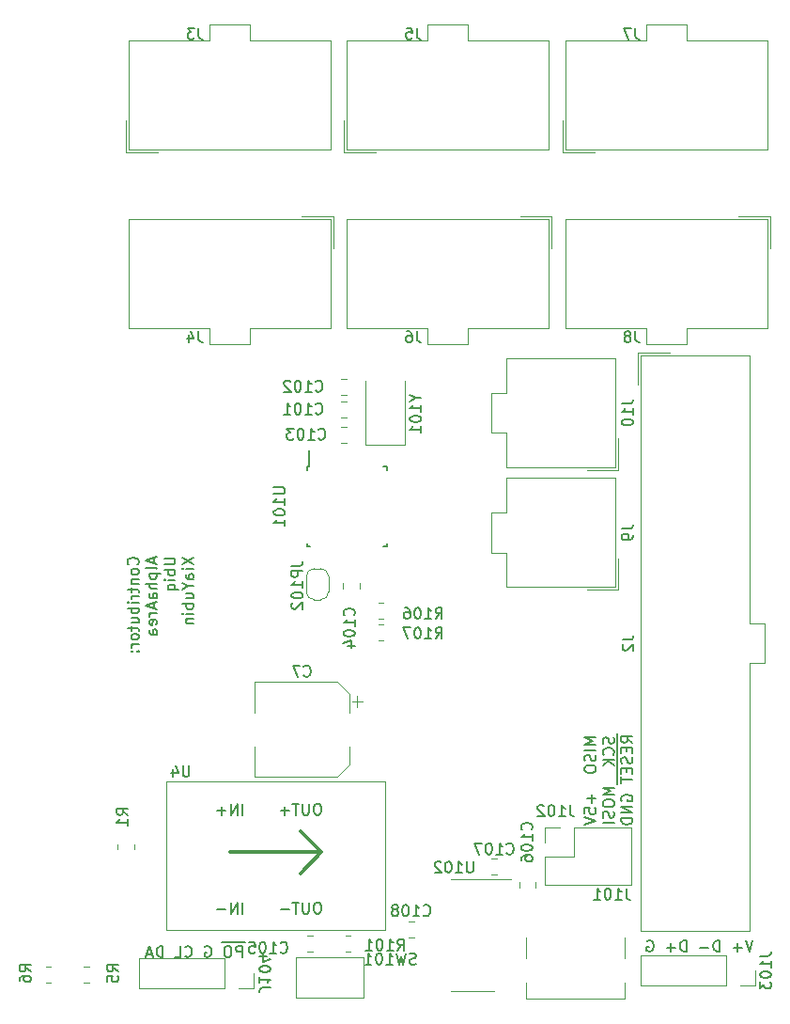
<source format=gbr>
%TF.GenerationSoftware,KiCad,Pcbnew,(5.1.9)-1*%
%TF.CreationDate,2021-04-20T21:45:39+08:00*%
%TF.ProjectId,CSPS2ATX2.0,43535053-3241-4545-9832-2e302e6b6963,V2.0*%
%TF.SameCoordinates,Original*%
%TF.FileFunction,Legend,Bot*%
%TF.FilePolarity,Positive*%
%FSLAX46Y46*%
G04 Gerber Fmt 4.6, Leading zero omitted, Abs format (unit mm)*
G04 Created by KiCad (PCBNEW (5.1.9)-1) date 2021-04-20 21:45:39*
%MOMM*%
%LPD*%
G01*
G04 APERTURE LIST*
%ADD10C,0.150000*%
%ADD11C,0.120000*%
%ADD12C,0.300000*%
G04 APERTURE END LIST*
D10*
X91354142Y-86505023D02*
X91401761Y-86457404D01*
X91449380Y-86314547D01*
X91449380Y-86219309D01*
X91401761Y-86076452D01*
X91306523Y-85981214D01*
X91211285Y-85933595D01*
X91020809Y-85885976D01*
X90877952Y-85885976D01*
X90687476Y-85933595D01*
X90592238Y-85981214D01*
X90497000Y-86076452D01*
X90449380Y-86219309D01*
X90449380Y-86314547D01*
X90497000Y-86457404D01*
X90544619Y-86505023D01*
X91449380Y-87076452D02*
X91401761Y-86981214D01*
X91354142Y-86933595D01*
X91258904Y-86885976D01*
X90973190Y-86885976D01*
X90877952Y-86933595D01*
X90830333Y-86981214D01*
X90782714Y-87076452D01*
X90782714Y-87219309D01*
X90830333Y-87314547D01*
X90877952Y-87362166D01*
X90973190Y-87409785D01*
X91258904Y-87409785D01*
X91354142Y-87362166D01*
X91401761Y-87314547D01*
X91449380Y-87219309D01*
X91449380Y-87076452D01*
X90782714Y-87838357D02*
X91449380Y-87838357D01*
X90877952Y-87838357D02*
X90830333Y-87885976D01*
X90782714Y-87981214D01*
X90782714Y-88124071D01*
X90830333Y-88219309D01*
X90925571Y-88266928D01*
X91449380Y-88266928D01*
X90782714Y-88600261D02*
X90782714Y-88981214D01*
X90449380Y-88743119D02*
X91306523Y-88743119D01*
X91401761Y-88790738D01*
X91449380Y-88885976D01*
X91449380Y-88981214D01*
X91449380Y-89314547D02*
X90782714Y-89314547D01*
X90973190Y-89314547D02*
X90877952Y-89362166D01*
X90830333Y-89409785D01*
X90782714Y-89505023D01*
X90782714Y-89600261D01*
X91449380Y-89933595D02*
X90782714Y-89933595D01*
X90449380Y-89933595D02*
X90497000Y-89885976D01*
X90544619Y-89933595D01*
X90497000Y-89981214D01*
X90449380Y-89933595D01*
X90544619Y-89933595D01*
X91449380Y-90409785D02*
X90449380Y-90409785D01*
X90830333Y-90409785D02*
X90782714Y-90505023D01*
X90782714Y-90695500D01*
X90830333Y-90790738D01*
X90877952Y-90838357D01*
X90973190Y-90885976D01*
X91258904Y-90885976D01*
X91354142Y-90838357D01*
X91401761Y-90790738D01*
X91449380Y-90695500D01*
X91449380Y-90505023D01*
X91401761Y-90409785D01*
X90782714Y-91743119D02*
X91449380Y-91743119D01*
X90782714Y-91314547D02*
X91306523Y-91314547D01*
X91401761Y-91362166D01*
X91449380Y-91457404D01*
X91449380Y-91600261D01*
X91401761Y-91695500D01*
X91354142Y-91743119D01*
X90782714Y-92076452D02*
X90782714Y-92457404D01*
X90449380Y-92219309D02*
X91306523Y-92219309D01*
X91401761Y-92266928D01*
X91449380Y-92362166D01*
X91449380Y-92457404D01*
X91449380Y-92933595D02*
X91401761Y-92838357D01*
X91354142Y-92790738D01*
X91258904Y-92743119D01*
X90973190Y-92743119D01*
X90877952Y-92790738D01*
X90830333Y-92838357D01*
X90782714Y-92933595D01*
X90782714Y-93076452D01*
X90830333Y-93171690D01*
X90877952Y-93219309D01*
X90973190Y-93266928D01*
X91258904Y-93266928D01*
X91354142Y-93219309D01*
X91401761Y-93171690D01*
X91449380Y-93076452D01*
X91449380Y-92933595D01*
X91449380Y-93695500D02*
X90782714Y-93695500D01*
X90973190Y-93695500D02*
X90877952Y-93743119D01*
X90830333Y-93790738D01*
X90782714Y-93885976D01*
X90782714Y-93981214D01*
X91354142Y-94314547D02*
X91401761Y-94362166D01*
X91449380Y-94314547D01*
X91401761Y-94266928D01*
X91354142Y-94314547D01*
X91449380Y-94314547D01*
X90830333Y-94314547D02*
X90877952Y-94362166D01*
X90925571Y-94314547D01*
X90877952Y-94266928D01*
X90830333Y-94314547D01*
X90925571Y-94314547D01*
X92813666Y-85885976D02*
X92813666Y-86362166D01*
X93099380Y-85790738D02*
X92099380Y-86124071D01*
X93099380Y-86457404D01*
X93099380Y-86933595D02*
X93051761Y-86838357D01*
X92956523Y-86790738D01*
X92099380Y-86790738D01*
X92432714Y-87314547D02*
X93432714Y-87314547D01*
X92480333Y-87314547D02*
X92432714Y-87409785D01*
X92432714Y-87600261D01*
X92480333Y-87695500D01*
X92527952Y-87743119D01*
X92623190Y-87790738D01*
X92908904Y-87790738D01*
X93004142Y-87743119D01*
X93051761Y-87695500D01*
X93099380Y-87600261D01*
X93099380Y-87409785D01*
X93051761Y-87314547D01*
X93099380Y-88219309D02*
X92099380Y-88219309D01*
X93099380Y-88647880D02*
X92575571Y-88647880D01*
X92480333Y-88600261D01*
X92432714Y-88505023D01*
X92432714Y-88362166D01*
X92480333Y-88266928D01*
X92527952Y-88219309D01*
X93099380Y-89552642D02*
X92575571Y-89552642D01*
X92480333Y-89505023D01*
X92432714Y-89409785D01*
X92432714Y-89219309D01*
X92480333Y-89124071D01*
X93051761Y-89552642D02*
X93099380Y-89457404D01*
X93099380Y-89219309D01*
X93051761Y-89124071D01*
X92956523Y-89076452D01*
X92861285Y-89076452D01*
X92766047Y-89124071D01*
X92718428Y-89219309D01*
X92718428Y-89457404D01*
X92670809Y-89552642D01*
X92813666Y-89981214D02*
X92813666Y-90457404D01*
X93099380Y-89885976D02*
X92099380Y-90219309D01*
X93099380Y-90552642D01*
X93099380Y-90885976D02*
X92432714Y-90885976D01*
X92623190Y-90885976D02*
X92527952Y-90933595D01*
X92480333Y-90981214D01*
X92432714Y-91076452D01*
X92432714Y-91171690D01*
X93051761Y-91885976D02*
X93099380Y-91790738D01*
X93099380Y-91600261D01*
X93051761Y-91505023D01*
X92956523Y-91457404D01*
X92575571Y-91457404D01*
X92480333Y-91505023D01*
X92432714Y-91600261D01*
X92432714Y-91790738D01*
X92480333Y-91885976D01*
X92575571Y-91933595D01*
X92670809Y-91933595D01*
X92766047Y-91457404D01*
X93099380Y-92790738D02*
X92575571Y-92790738D01*
X92480333Y-92743119D01*
X92432714Y-92647880D01*
X92432714Y-92457404D01*
X92480333Y-92362166D01*
X93051761Y-92790738D02*
X93099380Y-92695500D01*
X93099380Y-92457404D01*
X93051761Y-92362166D01*
X92956523Y-92314547D01*
X92861285Y-92314547D01*
X92766047Y-92362166D01*
X92718428Y-92457404D01*
X92718428Y-92695500D01*
X92670809Y-92790738D01*
X93749380Y-85933595D02*
X94558904Y-85933595D01*
X94654142Y-85981214D01*
X94701761Y-86028833D01*
X94749380Y-86124071D01*
X94749380Y-86314547D01*
X94701761Y-86409785D01*
X94654142Y-86457404D01*
X94558904Y-86505023D01*
X93749380Y-86505023D01*
X94749380Y-86981214D02*
X93749380Y-86981214D01*
X94130333Y-86981214D02*
X94082714Y-87076452D01*
X94082714Y-87266928D01*
X94130333Y-87362166D01*
X94177952Y-87409785D01*
X94273190Y-87457404D01*
X94558904Y-87457404D01*
X94654142Y-87409785D01*
X94701761Y-87362166D01*
X94749380Y-87266928D01*
X94749380Y-87076452D01*
X94701761Y-86981214D01*
X94749380Y-87885976D02*
X94082714Y-87885976D01*
X93749380Y-87885976D02*
X93797000Y-87838357D01*
X93844619Y-87885976D01*
X93797000Y-87933595D01*
X93749380Y-87885976D01*
X93844619Y-87885976D01*
X94082714Y-88790738D02*
X95082714Y-88790738D01*
X94701761Y-88790738D02*
X94749380Y-88695500D01*
X94749380Y-88505023D01*
X94701761Y-88409785D01*
X94654142Y-88362166D01*
X94558904Y-88314547D01*
X94273190Y-88314547D01*
X94177952Y-88362166D01*
X94130333Y-88409785D01*
X94082714Y-88505023D01*
X94082714Y-88695500D01*
X94130333Y-88790738D01*
X95399380Y-85838357D02*
X96399380Y-86505023D01*
X95399380Y-86505023D02*
X96399380Y-85838357D01*
X96399380Y-86885976D02*
X95732714Y-86885976D01*
X95399380Y-86885976D02*
X95447000Y-86838357D01*
X95494619Y-86885976D01*
X95447000Y-86933595D01*
X95399380Y-86885976D01*
X95494619Y-86885976D01*
X96399380Y-87790738D02*
X95875571Y-87790738D01*
X95780333Y-87743119D01*
X95732714Y-87647880D01*
X95732714Y-87457404D01*
X95780333Y-87362166D01*
X96351761Y-87790738D02*
X96399380Y-87695500D01*
X96399380Y-87457404D01*
X96351761Y-87362166D01*
X96256523Y-87314547D01*
X96161285Y-87314547D01*
X96066047Y-87362166D01*
X96018428Y-87457404D01*
X96018428Y-87695500D01*
X95970809Y-87790738D01*
X95923190Y-88457404D02*
X96399380Y-88457404D01*
X95399380Y-88124071D02*
X95923190Y-88457404D01*
X95399380Y-88790738D01*
X95732714Y-89552642D02*
X96399380Y-89552642D01*
X95732714Y-89124071D02*
X96256523Y-89124071D01*
X96351761Y-89171690D01*
X96399380Y-89266928D01*
X96399380Y-89409785D01*
X96351761Y-89505023D01*
X96304142Y-89552642D01*
X96399380Y-90028833D02*
X95399380Y-90028833D01*
X95780333Y-90028833D02*
X95732714Y-90124071D01*
X95732714Y-90314547D01*
X95780333Y-90409785D01*
X95827952Y-90457404D01*
X95923190Y-90505023D01*
X96208904Y-90505023D01*
X96304142Y-90457404D01*
X96351761Y-90409785D01*
X96399380Y-90314547D01*
X96399380Y-90124071D01*
X96351761Y-90028833D01*
X96399380Y-90933595D02*
X95732714Y-90933595D01*
X95399380Y-90933595D02*
X95447000Y-90885976D01*
X95494619Y-90933595D01*
X95447000Y-90981214D01*
X95399380Y-90933595D01*
X95494619Y-90933595D01*
X95732714Y-91409785D02*
X96399380Y-91409785D01*
X95827952Y-91409785D02*
X95780333Y-91457404D01*
X95732714Y-91552642D01*
X95732714Y-91695500D01*
X95780333Y-91790738D01*
X95875571Y-91838357D01*
X96399380Y-91838357D01*
X101020000Y-120497000D02*
X100020000Y-120497000D01*
X100781904Y-121864380D02*
X100781904Y-120864380D01*
X100400952Y-120864380D01*
X100305714Y-120912000D01*
X100258095Y-120959619D01*
X100210476Y-121054857D01*
X100210476Y-121197714D01*
X100258095Y-121292952D01*
X100305714Y-121340571D01*
X100400952Y-121388190D01*
X100781904Y-121388190D01*
X100020000Y-120497000D02*
X98972380Y-120497000D01*
X99591428Y-120864380D02*
X99400952Y-120864380D01*
X99305714Y-120912000D01*
X99210476Y-121007238D01*
X99162857Y-121197714D01*
X99162857Y-121531047D01*
X99210476Y-121721523D01*
X99305714Y-121816761D01*
X99400952Y-121864380D01*
X99591428Y-121864380D01*
X99686666Y-121816761D01*
X99781904Y-121721523D01*
X99829523Y-121531047D01*
X99829523Y-121197714D01*
X99781904Y-121007238D01*
X99686666Y-120912000D01*
X99591428Y-120864380D01*
X97448571Y-120912000D02*
X97543809Y-120864380D01*
X97686666Y-120864380D01*
X97829523Y-120912000D01*
X97924761Y-121007238D01*
X97972380Y-121102476D01*
X98020000Y-121292952D01*
X98020000Y-121435809D01*
X97972380Y-121626285D01*
X97924761Y-121721523D01*
X97829523Y-121816761D01*
X97686666Y-121864380D01*
X97591428Y-121864380D01*
X97448571Y-121816761D01*
X97400952Y-121769142D01*
X97400952Y-121435809D01*
X97591428Y-121435809D01*
X95639047Y-121769142D02*
X95686666Y-121816761D01*
X95829523Y-121864380D01*
X95924761Y-121864380D01*
X96067619Y-121816761D01*
X96162857Y-121721523D01*
X96210476Y-121626285D01*
X96258095Y-121435809D01*
X96258095Y-121292952D01*
X96210476Y-121102476D01*
X96162857Y-121007238D01*
X96067619Y-120912000D01*
X95924761Y-120864380D01*
X95829523Y-120864380D01*
X95686666Y-120912000D01*
X95639047Y-120959619D01*
X94734285Y-121864380D02*
X95210476Y-121864380D01*
X95210476Y-120864380D01*
X93639047Y-121864380D02*
X93639047Y-120864380D01*
X93400952Y-120864380D01*
X93258095Y-120912000D01*
X93162857Y-121007238D01*
X93115238Y-121102476D01*
X93067619Y-121292952D01*
X93067619Y-121435809D01*
X93115238Y-121626285D01*
X93162857Y-121721523D01*
X93258095Y-121816761D01*
X93400952Y-121864380D01*
X93639047Y-121864380D01*
X92686666Y-121578666D02*
X92210476Y-121578666D01*
X92781904Y-121864380D02*
X92448571Y-120864380D01*
X92115238Y-121864380D01*
X146819333Y-120356380D02*
X146486000Y-121356380D01*
X146152666Y-120356380D01*
X145819333Y-120975428D02*
X145057428Y-120975428D01*
X145438380Y-121356380D02*
X145438380Y-120594476D01*
X143819333Y-121356380D02*
X143819333Y-120356380D01*
X143581238Y-120356380D01*
X143438380Y-120404000D01*
X143343142Y-120499238D01*
X143295523Y-120594476D01*
X143247904Y-120784952D01*
X143247904Y-120927809D01*
X143295523Y-121118285D01*
X143343142Y-121213523D01*
X143438380Y-121308761D01*
X143581238Y-121356380D01*
X143819333Y-121356380D01*
X142819333Y-120975428D02*
X142057428Y-120975428D01*
X140819333Y-121356380D02*
X140819333Y-120356380D01*
X140581238Y-120356380D01*
X140438380Y-120404000D01*
X140343142Y-120499238D01*
X140295523Y-120594476D01*
X140247904Y-120784952D01*
X140247904Y-120927809D01*
X140295523Y-121118285D01*
X140343142Y-121213523D01*
X140438380Y-121308761D01*
X140581238Y-121356380D01*
X140819333Y-121356380D01*
X139819333Y-120975428D02*
X139057428Y-120975428D01*
X139438380Y-121356380D02*
X139438380Y-120594476D01*
X137295523Y-120404000D02*
X137390761Y-120356380D01*
X137533619Y-120356380D01*
X137676476Y-120404000D01*
X137771714Y-120499238D01*
X137819333Y-120594476D01*
X137866952Y-120784952D01*
X137866952Y-120927809D01*
X137819333Y-121118285D01*
X137771714Y-121213523D01*
X137676476Y-121308761D01*
X137533619Y-121356380D01*
X137438380Y-121356380D01*
X137295523Y-121308761D01*
X137247904Y-121261142D01*
X137247904Y-120927809D01*
X137438380Y-120927809D01*
X132660380Y-102060857D02*
X131660380Y-102060857D01*
X132374666Y-102394190D01*
X131660380Y-102727523D01*
X132660380Y-102727523D01*
X132660380Y-103203714D02*
X131660380Y-103203714D01*
X132612761Y-103632285D02*
X132660380Y-103775142D01*
X132660380Y-104013238D01*
X132612761Y-104108476D01*
X132565142Y-104156095D01*
X132469904Y-104203714D01*
X132374666Y-104203714D01*
X132279428Y-104156095D01*
X132231809Y-104108476D01*
X132184190Y-104013238D01*
X132136571Y-103822761D01*
X132088952Y-103727523D01*
X132041333Y-103679904D01*
X131946095Y-103632285D01*
X131850857Y-103632285D01*
X131755619Y-103679904D01*
X131708000Y-103727523D01*
X131660380Y-103822761D01*
X131660380Y-104060857D01*
X131708000Y-104203714D01*
X131660380Y-104822761D02*
X131660380Y-105013238D01*
X131708000Y-105108476D01*
X131803238Y-105203714D01*
X131993714Y-105251333D01*
X132327047Y-105251333D01*
X132517523Y-105203714D01*
X132612761Y-105108476D01*
X132660380Y-105013238D01*
X132660380Y-104822761D01*
X132612761Y-104727523D01*
X132517523Y-104632285D01*
X132327047Y-104584666D01*
X131993714Y-104584666D01*
X131803238Y-104632285D01*
X131708000Y-104727523D01*
X131660380Y-104822761D01*
X132279428Y-107203714D02*
X132279428Y-107965619D01*
X132660380Y-107584666D02*
X131898476Y-107584666D01*
X131660380Y-108918000D02*
X131660380Y-108441809D01*
X132136571Y-108394190D01*
X132088952Y-108441809D01*
X132041333Y-108537047D01*
X132041333Y-108775142D01*
X132088952Y-108870380D01*
X132136571Y-108918000D01*
X132231809Y-108965619D01*
X132469904Y-108965619D01*
X132565142Y-108918000D01*
X132612761Y-108870380D01*
X132660380Y-108775142D01*
X132660380Y-108537047D01*
X132612761Y-108441809D01*
X132565142Y-108394190D01*
X131660380Y-109251333D02*
X132660380Y-109584666D01*
X131660380Y-109918000D01*
X134262761Y-102060857D02*
X134310380Y-102203714D01*
X134310380Y-102441809D01*
X134262761Y-102537047D01*
X134215142Y-102584666D01*
X134119904Y-102632285D01*
X134024666Y-102632285D01*
X133929428Y-102584666D01*
X133881809Y-102537047D01*
X133834190Y-102441809D01*
X133786571Y-102251333D01*
X133738952Y-102156095D01*
X133691333Y-102108476D01*
X133596095Y-102060857D01*
X133500857Y-102060857D01*
X133405619Y-102108476D01*
X133358000Y-102156095D01*
X133310380Y-102251333D01*
X133310380Y-102489428D01*
X133358000Y-102632285D01*
X134215142Y-103632285D02*
X134262761Y-103584666D01*
X134310380Y-103441809D01*
X134310380Y-103346571D01*
X134262761Y-103203714D01*
X134167523Y-103108476D01*
X134072285Y-103060857D01*
X133881809Y-103013238D01*
X133738952Y-103013238D01*
X133548476Y-103060857D01*
X133453238Y-103108476D01*
X133358000Y-103203714D01*
X133310380Y-103346571D01*
X133310380Y-103441809D01*
X133358000Y-103584666D01*
X133405619Y-103632285D01*
X134310380Y-104060857D02*
X133310380Y-104060857D01*
X134310380Y-104632285D02*
X133738952Y-104203714D01*
X133310380Y-104632285D02*
X133881809Y-104060857D01*
X134310380Y-106584666D02*
X133310380Y-106584666D01*
X134024666Y-106918000D01*
X133310380Y-107251333D01*
X134310380Y-107251333D01*
X133310380Y-107918000D02*
X133310380Y-108108476D01*
X133358000Y-108203714D01*
X133453238Y-108298952D01*
X133643714Y-108346571D01*
X133977047Y-108346571D01*
X134167523Y-108298952D01*
X134262761Y-108203714D01*
X134310380Y-108108476D01*
X134310380Y-107918000D01*
X134262761Y-107822761D01*
X134167523Y-107727523D01*
X133977047Y-107679904D01*
X133643714Y-107679904D01*
X133453238Y-107727523D01*
X133358000Y-107822761D01*
X133310380Y-107918000D01*
X134262761Y-108727523D02*
X134310380Y-108870380D01*
X134310380Y-109108476D01*
X134262761Y-109203714D01*
X134215142Y-109251333D01*
X134119904Y-109298952D01*
X134024666Y-109298952D01*
X133929428Y-109251333D01*
X133881809Y-109203714D01*
X133834190Y-109108476D01*
X133786571Y-108918000D01*
X133738952Y-108822761D01*
X133691333Y-108775142D01*
X133596095Y-108727523D01*
X133500857Y-108727523D01*
X133405619Y-108775142D01*
X133358000Y-108822761D01*
X133310380Y-108918000D01*
X133310380Y-109156095D01*
X133358000Y-109298952D01*
X134310380Y-109727523D02*
X133310380Y-109727523D01*
X134593000Y-101751333D02*
X134593000Y-102751333D01*
X135960380Y-102560857D02*
X135484190Y-102227523D01*
X135960380Y-101989428D02*
X134960380Y-101989428D01*
X134960380Y-102370380D01*
X135008000Y-102465619D01*
X135055619Y-102513238D01*
X135150857Y-102560857D01*
X135293714Y-102560857D01*
X135388952Y-102513238D01*
X135436571Y-102465619D01*
X135484190Y-102370380D01*
X135484190Y-101989428D01*
X134593000Y-102751333D02*
X134593000Y-103656095D01*
X135436571Y-102989428D02*
X135436571Y-103322761D01*
X135960380Y-103465619D02*
X135960380Y-102989428D01*
X134960380Y-102989428D01*
X134960380Y-103465619D01*
X134593000Y-103656095D02*
X134593000Y-104608476D01*
X135912761Y-103846571D02*
X135960380Y-103989428D01*
X135960380Y-104227523D01*
X135912761Y-104322761D01*
X135865142Y-104370380D01*
X135769904Y-104418000D01*
X135674666Y-104418000D01*
X135579428Y-104370380D01*
X135531809Y-104322761D01*
X135484190Y-104227523D01*
X135436571Y-104037047D01*
X135388952Y-103941809D01*
X135341333Y-103894190D01*
X135246095Y-103846571D01*
X135150857Y-103846571D01*
X135055619Y-103894190D01*
X135008000Y-103941809D01*
X134960380Y-104037047D01*
X134960380Y-104275142D01*
X135008000Y-104418000D01*
X134593000Y-104608476D02*
X134593000Y-105513238D01*
X135436571Y-104846571D02*
X135436571Y-105179904D01*
X135960380Y-105322761D02*
X135960380Y-104846571D01*
X134960380Y-104846571D01*
X134960380Y-105322761D01*
X134593000Y-105513238D02*
X134593000Y-106275142D01*
X134960380Y-105608476D02*
X134960380Y-106179904D01*
X135960380Y-105894190D02*
X134960380Y-105894190D01*
X135008000Y-107798952D02*
X134960380Y-107703714D01*
X134960380Y-107560857D01*
X135008000Y-107418000D01*
X135103238Y-107322761D01*
X135198476Y-107275142D01*
X135388952Y-107227523D01*
X135531809Y-107227523D01*
X135722285Y-107275142D01*
X135817523Y-107322761D01*
X135912761Y-107418000D01*
X135960380Y-107560857D01*
X135960380Y-107656095D01*
X135912761Y-107798952D01*
X135865142Y-107846571D01*
X135531809Y-107846571D01*
X135531809Y-107656095D01*
X135960380Y-108275142D02*
X134960380Y-108275142D01*
X135960380Y-108846571D01*
X134960380Y-108846571D01*
X135960380Y-109322761D02*
X134960380Y-109322761D01*
X134960380Y-109560857D01*
X135008000Y-109703714D01*
X135103238Y-109798952D01*
X135198476Y-109846571D01*
X135388952Y-109894190D01*
X135531809Y-109894190D01*
X135722285Y-109846571D01*
X135817523Y-109798952D01*
X135912761Y-109703714D01*
X135960380Y-109560857D01*
X135960380Y-109322761D01*
D11*
%TO.C,JP102*%
X107269000Y-89665000D02*
X107869000Y-89665000D01*
X106569000Y-87565000D02*
X106569000Y-88965000D01*
X107869000Y-86865000D02*
X107269000Y-86865000D01*
X108569000Y-88965000D02*
X108569000Y-87565000D01*
X108569000Y-87565000D02*
G75*
G03*
X107869000Y-86865000I-700000J0D01*
G01*
X107269000Y-86865000D02*
G75*
G03*
X106569000Y-87565000I0J-700000D01*
G01*
X106569000Y-88965000D02*
G75*
G03*
X107269000Y-89665000I700000J0D01*
G01*
X107869000Y-89665000D02*
G75*
G03*
X108569000Y-88965000I0J700000D01*
G01*
%TO.C,J101*%
X135280000Y-120107000D02*
X135280000Y-121907000D01*
X135280000Y-125617000D02*
X135280000Y-124157000D01*
X126340000Y-125617000D02*
X126340000Y-124157000D01*
X126340000Y-120107000D02*
X126340000Y-121907000D01*
X126340000Y-125617000D02*
X135280000Y-125617000D01*
%TO.C,J104*%
X101787000Y-124647000D02*
X101787000Y-123317000D01*
X100457000Y-124647000D02*
X101787000Y-124647000D01*
X99187000Y-124647000D02*
X99187000Y-121987000D01*
X99187000Y-121987000D02*
X91507000Y-121987000D01*
X99187000Y-124647000D02*
X91507000Y-124647000D01*
X91507000Y-124647000D02*
X91507000Y-121987000D01*
%TO.C,U4*%
X93980000Y-119380000D02*
X113665000Y-119380000D01*
X93980000Y-119380000D02*
X93980000Y-106045000D01*
X113665000Y-119380000D02*
X113665000Y-106045000D01*
X113665000Y-106045000D02*
X93980000Y-106045000D01*
D12*
X99695000Y-112395000D02*
X107950000Y-112395000D01*
X107950000Y-112395000D02*
X106045000Y-114300000D01*
D11*
X106045000Y-114300000D02*
X107950000Y-112395000D01*
D12*
X107950000Y-112395000D02*
X106045000Y-110490000D01*
D11*
%TO.C,Y101*%
X111865000Y-75749000D02*
X111865000Y-69999000D01*
X115465000Y-75749000D02*
X111865000Y-75749000D01*
X115465000Y-69999000D02*
X115465000Y-75749000D01*
%TO.C,U102*%
X121539000Y-114828000D02*
X124989000Y-114828000D01*
X121539000Y-114828000D02*
X119589000Y-114828000D01*
X121539000Y-124948000D02*
X123489000Y-124948000D01*
X121539000Y-124948000D02*
X119589000Y-124948000D01*
D10*
%TO.C,U101*%
X106836000Y-77655000D02*
X106836000Y-76230000D01*
X106611000Y-84905000D02*
X106611000Y-84580000D01*
X113861000Y-84905000D02*
X113861000Y-84580000D01*
X113861000Y-77655000D02*
X113861000Y-77980000D01*
X106611000Y-77655000D02*
X106611000Y-77980000D01*
X113861000Y-77655000D02*
X113536000Y-77655000D01*
X113861000Y-84905000D02*
X113536000Y-84905000D01*
X106611000Y-84905000D02*
X106936000Y-84905000D01*
X106611000Y-77655000D02*
X106836000Y-77655000D01*
D11*
%TO.C,SW101*%
X111754000Y-125508000D02*
X111754000Y-121888000D01*
X105634000Y-125508000D02*
X111754000Y-125508000D01*
X105634000Y-121888000D02*
X105634000Y-125508000D01*
X111754000Y-121888000D02*
X105634000Y-121888000D01*
%TO.C,R107*%
X113056936Y-89943000D02*
X113511064Y-89943000D01*
X113056936Y-91413000D02*
X113511064Y-91413000D01*
%TO.C,R106*%
X113511064Y-93318000D02*
X113056936Y-93318000D01*
X113511064Y-91848000D02*
X113056936Y-91848000D01*
%TO.C,R101*%
X110112436Y-119915000D02*
X110566564Y-119915000D01*
X110112436Y-121385000D02*
X110566564Y-121385000D01*
%TO.C,R6*%
X83539064Y-124179000D02*
X83084936Y-124179000D01*
X83539064Y-122709000D02*
X83084936Y-122709000D01*
%TO.C,R5*%
X86991564Y-124179000D02*
X86537436Y-124179000D01*
X86991564Y-122709000D02*
X86537436Y-122709000D01*
%TO.C,R1*%
X89562000Y-112114064D02*
X89562000Y-111659936D01*
X91032000Y-112114064D02*
X91032000Y-111659936D01*
%TO.C,J103*%
X146999000Y-124393000D02*
X146999000Y-123063000D01*
X145669000Y-124393000D02*
X146999000Y-124393000D01*
X144399000Y-124393000D02*
X144399000Y-121733000D01*
X144399000Y-121733000D02*
X136719000Y-121733000D01*
X144399000Y-124393000D02*
X136719000Y-124393000D01*
X136719000Y-124393000D02*
X136719000Y-121733000D01*
%TO.C,J102*%
X128083000Y-110176000D02*
X128083000Y-111506000D01*
X129413000Y-110176000D02*
X128083000Y-110176000D01*
X128083000Y-112776000D02*
X128083000Y-115376000D01*
X130683000Y-112776000D02*
X128083000Y-112776000D01*
X130683000Y-110176000D02*
X130683000Y-112776000D01*
X128083000Y-115376000D02*
X135823000Y-115376000D01*
X130683000Y-110176000D02*
X135823000Y-110176000D01*
X135823000Y-110176000D02*
X135823000Y-115376000D01*
%TO.C,J10*%
X134695000Y-77980000D02*
X131845000Y-77980000D01*
X134695000Y-75130000D02*
X134695000Y-77980000D01*
X123235000Y-71020000D02*
X123235000Y-72830000D01*
X124635000Y-71020000D02*
X123235000Y-71020000D01*
X124635000Y-67920000D02*
X124635000Y-71020000D01*
X134455000Y-67920000D02*
X124635000Y-67920000D01*
X134455000Y-72830000D02*
X134455000Y-67920000D01*
X123235000Y-74640000D02*
X123235000Y-72830000D01*
X124635000Y-74640000D02*
X123235000Y-74640000D01*
X124635000Y-77740000D02*
X124635000Y-74640000D01*
X134455000Y-77740000D02*
X124635000Y-77740000D01*
X134455000Y-72830000D02*
X134455000Y-77740000D01*
%TO.C,J9*%
X134695000Y-88775000D02*
X131845000Y-88775000D01*
X134695000Y-85925000D02*
X134695000Y-88775000D01*
X123235000Y-81815000D02*
X123235000Y-83625000D01*
X124635000Y-81815000D02*
X123235000Y-81815000D01*
X124635000Y-78715000D02*
X124635000Y-81815000D01*
X134455000Y-78715000D02*
X124635000Y-78715000D01*
X134455000Y-83625000D02*
X134455000Y-78715000D01*
X123235000Y-85435000D02*
X123235000Y-83625000D01*
X124635000Y-85435000D02*
X123235000Y-85435000D01*
X124635000Y-88535000D02*
X124635000Y-85435000D01*
X134455000Y-88535000D02*
X124635000Y-88535000D01*
X134455000Y-83625000D02*
X134455000Y-88535000D01*
%TO.C,J8*%
X139015000Y-55410000D02*
X148125000Y-55410000D01*
X148125000Y-55410000D02*
X148125000Y-65230000D01*
X148125000Y-65230000D02*
X140825000Y-65230000D01*
X140825000Y-65230000D02*
X140825000Y-66630000D01*
X140825000Y-66630000D02*
X139015000Y-66630000D01*
X139015000Y-55410000D02*
X129905000Y-55410000D01*
X129905000Y-55410000D02*
X129905000Y-65230000D01*
X129905000Y-65230000D02*
X137205000Y-65230000D01*
X137205000Y-65230000D02*
X137205000Y-66630000D01*
X137205000Y-66630000D02*
X139015000Y-66630000D01*
X145515000Y-55170000D02*
X148365000Y-55170000D01*
X148365000Y-55170000D02*
X148365000Y-58020000D01*
%TO.C,J7*%
X139015000Y-49120000D02*
X129905000Y-49120000D01*
X129905000Y-49120000D02*
X129905000Y-39300000D01*
X129905000Y-39300000D02*
X137205000Y-39300000D01*
X137205000Y-39300000D02*
X137205000Y-37900000D01*
X137205000Y-37900000D02*
X139015000Y-37900000D01*
X139015000Y-49120000D02*
X148125000Y-49120000D01*
X148125000Y-49120000D02*
X148125000Y-39300000D01*
X148125000Y-39300000D02*
X140825000Y-39300000D01*
X140825000Y-39300000D02*
X140825000Y-37900000D01*
X140825000Y-37900000D02*
X139015000Y-37900000D01*
X132515000Y-49360000D02*
X129665000Y-49360000D01*
X129665000Y-49360000D02*
X129665000Y-46510000D01*
%TO.C,J6*%
X119330000Y-55410000D02*
X128440000Y-55410000D01*
X128440000Y-55410000D02*
X128440000Y-65230000D01*
X128440000Y-65230000D02*
X121140000Y-65230000D01*
X121140000Y-65230000D02*
X121140000Y-66630000D01*
X121140000Y-66630000D02*
X119330000Y-66630000D01*
X119330000Y-55410000D02*
X110220000Y-55410000D01*
X110220000Y-55410000D02*
X110220000Y-65230000D01*
X110220000Y-65230000D02*
X117520000Y-65230000D01*
X117520000Y-65230000D02*
X117520000Y-66630000D01*
X117520000Y-66630000D02*
X119330000Y-66630000D01*
X125830000Y-55170000D02*
X128680000Y-55170000D01*
X128680000Y-55170000D02*
X128680000Y-58020000D01*
%TO.C,J5*%
X119330000Y-49120000D02*
X110220000Y-49120000D01*
X110220000Y-49120000D02*
X110220000Y-39300000D01*
X110220000Y-39300000D02*
X117520000Y-39300000D01*
X117520000Y-39300000D02*
X117520000Y-37900000D01*
X117520000Y-37900000D02*
X119330000Y-37900000D01*
X119330000Y-49120000D02*
X128440000Y-49120000D01*
X128440000Y-49120000D02*
X128440000Y-39300000D01*
X128440000Y-39300000D02*
X121140000Y-39300000D01*
X121140000Y-39300000D02*
X121140000Y-37900000D01*
X121140000Y-37900000D02*
X119330000Y-37900000D01*
X112830000Y-49360000D02*
X109980000Y-49360000D01*
X109980000Y-49360000D02*
X109980000Y-46510000D01*
%TO.C,J4*%
X99645000Y-55410000D02*
X108755000Y-55410000D01*
X108755000Y-55410000D02*
X108755000Y-65230000D01*
X108755000Y-65230000D02*
X101455000Y-65230000D01*
X101455000Y-65230000D02*
X101455000Y-66630000D01*
X101455000Y-66630000D02*
X99645000Y-66630000D01*
X99645000Y-55410000D02*
X90535000Y-55410000D01*
X90535000Y-55410000D02*
X90535000Y-65230000D01*
X90535000Y-65230000D02*
X97835000Y-65230000D01*
X97835000Y-65230000D02*
X97835000Y-66630000D01*
X97835000Y-66630000D02*
X99645000Y-66630000D01*
X106145000Y-55170000D02*
X108995000Y-55170000D01*
X108995000Y-55170000D02*
X108995000Y-58020000D01*
%TO.C,J3*%
X99645000Y-49120000D02*
X90535000Y-49120000D01*
X90535000Y-49120000D02*
X90535000Y-39300000D01*
X90535000Y-39300000D02*
X97835000Y-39300000D01*
X97835000Y-39300000D02*
X97835000Y-37900000D01*
X97835000Y-37900000D02*
X99645000Y-37900000D01*
X99645000Y-49120000D02*
X108755000Y-49120000D01*
X108755000Y-49120000D02*
X108755000Y-39300000D01*
X108755000Y-39300000D02*
X101455000Y-39300000D01*
X101455000Y-39300000D02*
X101455000Y-37900000D01*
X101455000Y-37900000D02*
X99645000Y-37900000D01*
X93145000Y-49360000D02*
X90295000Y-49360000D01*
X90295000Y-49360000D02*
X90295000Y-46510000D01*
%TO.C,J2*%
X136690000Y-93585000D02*
X136690000Y-67675000D01*
X136690000Y-67675000D02*
X146510000Y-67675000D01*
X146510000Y-67675000D02*
X146510000Y-91775000D01*
X146510000Y-91775000D02*
X147910000Y-91775000D01*
X147910000Y-91775000D02*
X147910000Y-93585000D01*
X136690000Y-93585000D02*
X136690000Y-119495000D01*
X136690000Y-119495000D02*
X146510000Y-119495000D01*
X146510000Y-119495000D02*
X146510000Y-95395000D01*
X146510000Y-95395000D02*
X147910000Y-95395000D01*
X147910000Y-95395000D02*
X147910000Y-93585000D01*
X136450000Y-70285000D02*
X136450000Y-67435000D01*
X136450000Y-67435000D02*
X139300000Y-67435000D01*
%TO.C,C108*%
X116273252Y-120115000D02*
X115750748Y-120115000D01*
X116273252Y-118645000D02*
X115750748Y-118645000D01*
%TO.C,C107*%
X123248748Y-112930000D02*
X123771252Y-112930000D01*
X123248748Y-114400000D02*
X123771252Y-114400000D01*
%TO.C,C106*%
X125757000Y-115577252D02*
X125757000Y-115054748D01*
X127227000Y-115577252D02*
X127227000Y-115054748D01*
%TO.C,C105*%
X106611748Y-119915000D02*
X107134252Y-119915000D01*
X106611748Y-121385000D02*
X107134252Y-121385000D01*
%TO.C,C104*%
X111352000Y-88714252D02*
X111352000Y-88191748D01*
X109882000Y-88714252D02*
X109882000Y-88191748D01*
%TO.C,C103*%
X109659748Y-74068000D02*
X110182252Y-74068000D01*
X109659748Y-75538000D02*
X110182252Y-75538000D01*
%TO.C,C102*%
X110182252Y-71220000D02*
X109659748Y-71220000D01*
X110182252Y-69750000D02*
X109659748Y-69750000D01*
%TO.C,C101*%
X110182252Y-73252000D02*
X109659748Y-73252000D01*
X110182252Y-71782000D02*
X109659748Y-71782000D01*
%TO.C,C7*%
X111172000Y-98336000D02*
X111172000Y-99336000D01*
X111672000Y-98836000D02*
X110672000Y-98836000D01*
X110432000Y-104541563D02*
X109367563Y-105606000D01*
X110432000Y-98150437D02*
X109367563Y-97086000D01*
X110432000Y-98150437D02*
X110432000Y-99836000D01*
X110432000Y-104541563D02*
X110432000Y-102856000D01*
X109367563Y-105606000D02*
X101912000Y-105606000D01*
X109367563Y-97086000D02*
X101912000Y-97086000D01*
X101912000Y-97086000D02*
X101912000Y-99836000D01*
X101912000Y-105606000D02*
X101912000Y-102856000D01*
%TO.C,JP102*%
D10*
X105243380Y-86606285D02*
X105957666Y-86606285D01*
X106100523Y-86558666D01*
X106195761Y-86463428D01*
X106243380Y-86320571D01*
X106243380Y-86225333D01*
X106243380Y-87082476D02*
X105243380Y-87082476D01*
X105243380Y-87463428D01*
X105291000Y-87558666D01*
X105338619Y-87606285D01*
X105433857Y-87653904D01*
X105576714Y-87653904D01*
X105671952Y-87606285D01*
X105719571Y-87558666D01*
X105767190Y-87463428D01*
X105767190Y-87082476D01*
X106243380Y-88606285D02*
X106243380Y-88034857D01*
X106243380Y-88320571D02*
X105243380Y-88320571D01*
X105386238Y-88225333D01*
X105481476Y-88130095D01*
X105529095Y-88034857D01*
X105243380Y-89225333D02*
X105243380Y-89320571D01*
X105291000Y-89415809D01*
X105338619Y-89463428D01*
X105433857Y-89511047D01*
X105624333Y-89558666D01*
X105862428Y-89558666D01*
X106052904Y-89511047D01*
X106148142Y-89463428D01*
X106195761Y-89415809D01*
X106243380Y-89320571D01*
X106243380Y-89225333D01*
X106195761Y-89130095D01*
X106148142Y-89082476D01*
X106052904Y-89034857D01*
X105862428Y-88987238D01*
X105624333Y-88987238D01*
X105433857Y-89034857D01*
X105338619Y-89082476D01*
X105291000Y-89130095D01*
X105243380Y-89225333D01*
X105338619Y-89939619D02*
X105291000Y-89987238D01*
X105243380Y-90082476D01*
X105243380Y-90320571D01*
X105291000Y-90415809D01*
X105338619Y-90463428D01*
X105433857Y-90511047D01*
X105529095Y-90511047D01*
X105671952Y-90463428D01*
X106243380Y-89892000D01*
X106243380Y-90511047D01*
%TO.C,J101*%
X135397714Y-115657380D02*
X135397714Y-116371666D01*
X135445333Y-116514523D01*
X135540571Y-116609761D01*
X135683428Y-116657380D01*
X135778666Y-116657380D01*
X134397714Y-116657380D02*
X134969142Y-116657380D01*
X134683428Y-116657380D02*
X134683428Y-115657380D01*
X134778666Y-115800238D01*
X134873904Y-115895476D01*
X134969142Y-115943095D01*
X133778666Y-115657380D02*
X133683428Y-115657380D01*
X133588190Y-115705000D01*
X133540571Y-115752619D01*
X133492952Y-115847857D01*
X133445333Y-116038333D01*
X133445333Y-116276428D01*
X133492952Y-116466904D01*
X133540571Y-116562142D01*
X133588190Y-116609761D01*
X133683428Y-116657380D01*
X133778666Y-116657380D01*
X133873904Y-116609761D01*
X133921523Y-116562142D01*
X133969142Y-116466904D01*
X134016761Y-116276428D01*
X134016761Y-116038333D01*
X133969142Y-115847857D01*
X133921523Y-115752619D01*
X133873904Y-115705000D01*
X133778666Y-115657380D01*
X132492952Y-116657380D02*
X133064380Y-116657380D01*
X132778666Y-116657380D02*
X132778666Y-115657380D01*
X132873904Y-115800238D01*
X132969142Y-115895476D01*
X133064380Y-115943095D01*
%TO.C,J104*%
X103334619Y-124602714D02*
X102620333Y-124602714D01*
X102477476Y-124650333D01*
X102382238Y-124745571D01*
X102334619Y-124888428D01*
X102334619Y-124983666D01*
X102334619Y-123602714D02*
X102334619Y-124174142D01*
X102334619Y-123888428D02*
X103334619Y-123888428D01*
X103191761Y-123983666D01*
X103096523Y-124078904D01*
X103048904Y-124174142D01*
X103334619Y-122983666D02*
X103334619Y-122888428D01*
X103287000Y-122793190D01*
X103239380Y-122745571D01*
X103144142Y-122697952D01*
X102953666Y-122650333D01*
X102715571Y-122650333D01*
X102525095Y-122697952D01*
X102429857Y-122745571D01*
X102382238Y-122793190D01*
X102334619Y-122888428D01*
X102334619Y-122983666D01*
X102382238Y-123078904D01*
X102429857Y-123126523D01*
X102525095Y-123174142D01*
X102715571Y-123221761D01*
X102953666Y-123221761D01*
X103144142Y-123174142D01*
X103239380Y-123126523D01*
X103287000Y-123078904D01*
X103334619Y-122983666D01*
X103001285Y-121793190D02*
X102334619Y-121793190D01*
X103382238Y-122031285D02*
X102667952Y-122269380D01*
X102667952Y-121650333D01*
%TO.C,U4*%
X96011904Y-104608380D02*
X96011904Y-105417904D01*
X95964285Y-105513142D01*
X95916666Y-105560761D01*
X95821428Y-105608380D01*
X95630952Y-105608380D01*
X95535714Y-105560761D01*
X95488095Y-105513142D01*
X95440476Y-105417904D01*
X95440476Y-104608380D01*
X94535714Y-104941714D02*
X94535714Y-105608380D01*
X94773809Y-104560761D02*
X95011904Y-105275047D01*
X94392857Y-105275047D01*
X107664047Y-116927380D02*
X107473571Y-116927380D01*
X107378333Y-116975000D01*
X107283095Y-117070238D01*
X107235476Y-117260714D01*
X107235476Y-117594047D01*
X107283095Y-117784523D01*
X107378333Y-117879761D01*
X107473571Y-117927380D01*
X107664047Y-117927380D01*
X107759285Y-117879761D01*
X107854523Y-117784523D01*
X107902142Y-117594047D01*
X107902142Y-117260714D01*
X107854523Y-117070238D01*
X107759285Y-116975000D01*
X107664047Y-116927380D01*
X106806904Y-116927380D02*
X106806904Y-117736904D01*
X106759285Y-117832142D01*
X106711666Y-117879761D01*
X106616428Y-117927380D01*
X106425952Y-117927380D01*
X106330714Y-117879761D01*
X106283095Y-117832142D01*
X106235476Y-117736904D01*
X106235476Y-116927380D01*
X105902142Y-116927380D02*
X105330714Y-116927380D01*
X105616428Y-117927380D02*
X105616428Y-116927380D01*
X104997380Y-117546428D02*
X104235476Y-117546428D01*
X100837857Y-117927380D02*
X100837857Y-116927380D01*
X100361666Y-117927380D02*
X100361666Y-116927380D01*
X99790238Y-117927380D01*
X99790238Y-116927380D01*
X99314047Y-117546428D02*
X98552142Y-117546428D01*
X107664047Y-108037380D02*
X107473571Y-108037380D01*
X107378333Y-108085000D01*
X107283095Y-108180238D01*
X107235476Y-108370714D01*
X107235476Y-108704047D01*
X107283095Y-108894523D01*
X107378333Y-108989761D01*
X107473571Y-109037380D01*
X107664047Y-109037380D01*
X107759285Y-108989761D01*
X107854523Y-108894523D01*
X107902142Y-108704047D01*
X107902142Y-108370714D01*
X107854523Y-108180238D01*
X107759285Y-108085000D01*
X107664047Y-108037380D01*
X106806904Y-108037380D02*
X106806904Y-108846904D01*
X106759285Y-108942142D01*
X106711666Y-108989761D01*
X106616428Y-109037380D01*
X106425952Y-109037380D01*
X106330714Y-108989761D01*
X106283095Y-108942142D01*
X106235476Y-108846904D01*
X106235476Y-108037380D01*
X105902142Y-108037380D02*
X105330714Y-108037380D01*
X105616428Y-109037380D02*
X105616428Y-108037380D01*
X104997380Y-108656428D02*
X104235476Y-108656428D01*
X104616428Y-109037380D02*
X104616428Y-108275476D01*
X100837857Y-109037380D02*
X100837857Y-108037380D01*
X100361666Y-109037380D02*
X100361666Y-108037380D01*
X99790238Y-109037380D01*
X99790238Y-108037380D01*
X99314047Y-108656428D02*
X98552142Y-108656428D01*
X98933095Y-109037380D02*
X98933095Y-108275476D01*
%TO.C,Y101*%
X116435190Y-71524428D02*
X116911380Y-71524428D01*
X115911380Y-71191095D02*
X116435190Y-71524428D01*
X115911380Y-71857761D01*
X116911380Y-72714904D02*
X116911380Y-72143476D01*
X116911380Y-72429190D02*
X115911380Y-72429190D01*
X116054238Y-72333952D01*
X116149476Y-72238714D01*
X116197095Y-72143476D01*
X115911380Y-73333952D02*
X115911380Y-73429190D01*
X115959000Y-73524428D01*
X116006619Y-73572047D01*
X116101857Y-73619666D01*
X116292333Y-73667285D01*
X116530428Y-73667285D01*
X116720904Y-73619666D01*
X116816142Y-73572047D01*
X116863761Y-73524428D01*
X116911380Y-73429190D01*
X116911380Y-73333952D01*
X116863761Y-73238714D01*
X116816142Y-73191095D01*
X116720904Y-73143476D01*
X116530428Y-73095857D01*
X116292333Y-73095857D01*
X116101857Y-73143476D01*
X116006619Y-73191095D01*
X115959000Y-73238714D01*
X115911380Y-73333952D01*
X116911380Y-74619666D02*
X116911380Y-74048238D01*
X116911380Y-74333952D02*
X115911380Y-74333952D01*
X116054238Y-74238714D01*
X116149476Y-74143476D01*
X116197095Y-74048238D01*
%TO.C,U102*%
X121602285Y-113244380D02*
X121602285Y-114053904D01*
X121554666Y-114149142D01*
X121507047Y-114196761D01*
X121411809Y-114244380D01*
X121221333Y-114244380D01*
X121126095Y-114196761D01*
X121078476Y-114149142D01*
X121030857Y-114053904D01*
X121030857Y-113244380D01*
X120030857Y-114244380D02*
X120602285Y-114244380D01*
X120316571Y-114244380D02*
X120316571Y-113244380D01*
X120411809Y-113387238D01*
X120507047Y-113482476D01*
X120602285Y-113530095D01*
X119411809Y-113244380D02*
X119316571Y-113244380D01*
X119221333Y-113292000D01*
X119173714Y-113339619D01*
X119126095Y-113434857D01*
X119078476Y-113625333D01*
X119078476Y-113863428D01*
X119126095Y-114053904D01*
X119173714Y-114149142D01*
X119221333Y-114196761D01*
X119316571Y-114244380D01*
X119411809Y-114244380D01*
X119507047Y-114196761D01*
X119554666Y-114149142D01*
X119602285Y-114053904D01*
X119649904Y-113863428D01*
X119649904Y-113625333D01*
X119602285Y-113434857D01*
X119554666Y-113339619D01*
X119507047Y-113292000D01*
X119411809Y-113244380D01*
X118697523Y-113339619D02*
X118649904Y-113292000D01*
X118554666Y-113244380D01*
X118316571Y-113244380D01*
X118221333Y-113292000D01*
X118173714Y-113339619D01*
X118126095Y-113434857D01*
X118126095Y-113530095D01*
X118173714Y-113672952D01*
X118745142Y-114244380D01*
X118126095Y-114244380D01*
%TO.C,U101*%
X103638380Y-79565714D02*
X104447904Y-79565714D01*
X104543142Y-79613333D01*
X104590761Y-79660952D01*
X104638380Y-79756190D01*
X104638380Y-79946666D01*
X104590761Y-80041904D01*
X104543142Y-80089523D01*
X104447904Y-80137142D01*
X103638380Y-80137142D01*
X104638380Y-81137142D02*
X104638380Y-80565714D01*
X104638380Y-80851428D02*
X103638380Y-80851428D01*
X103781238Y-80756190D01*
X103876476Y-80660952D01*
X103924095Y-80565714D01*
X103638380Y-81756190D02*
X103638380Y-81851428D01*
X103686000Y-81946666D01*
X103733619Y-81994285D01*
X103828857Y-82041904D01*
X104019333Y-82089523D01*
X104257428Y-82089523D01*
X104447904Y-82041904D01*
X104543142Y-81994285D01*
X104590761Y-81946666D01*
X104638380Y-81851428D01*
X104638380Y-81756190D01*
X104590761Y-81660952D01*
X104543142Y-81613333D01*
X104447904Y-81565714D01*
X104257428Y-81518095D01*
X104019333Y-81518095D01*
X103828857Y-81565714D01*
X103733619Y-81613333D01*
X103686000Y-81660952D01*
X103638380Y-81756190D01*
X104638380Y-83041904D02*
X104638380Y-82470476D01*
X104638380Y-82756190D02*
X103638380Y-82756190D01*
X103781238Y-82660952D01*
X103876476Y-82565714D01*
X103924095Y-82470476D01*
%TO.C,SW101*%
X116440714Y-122451761D02*
X116297857Y-122499380D01*
X116059761Y-122499380D01*
X115964523Y-122451761D01*
X115916904Y-122404142D01*
X115869285Y-122308904D01*
X115869285Y-122213666D01*
X115916904Y-122118428D01*
X115964523Y-122070809D01*
X116059761Y-122023190D01*
X116250238Y-121975571D01*
X116345476Y-121927952D01*
X116393095Y-121880333D01*
X116440714Y-121785095D01*
X116440714Y-121689857D01*
X116393095Y-121594619D01*
X116345476Y-121547000D01*
X116250238Y-121499380D01*
X116012142Y-121499380D01*
X115869285Y-121547000D01*
X115535952Y-121499380D02*
X115297857Y-122499380D01*
X115107380Y-121785095D01*
X114916904Y-122499380D01*
X114678809Y-121499380D01*
X113774047Y-122499380D02*
X114345476Y-122499380D01*
X114059761Y-122499380D02*
X114059761Y-121499380D01*
X114155000Y-121642238D01*
X114250238Y-121737476D01*
X114345476Y-121785095D01*
X113155000Y-121499380D02*
X113059761Y-121499380D01*
X112964523Y-121547000D01*
X112916904Y-121594619D01*
X112869285Y-121689857D01*
X112821666Y-121880333D01*
X112821666Y-122118428D01*
X112869285Y-122308904D01*
X112916904Y-122404142D01*
X112964523Y-122451761D01*
X113059761Y-122499380D01*
X113155000Y-122499380D01*
X113250238Y-122451761D01*
X113297857Y-122404142D01*
X113345476Y-122308904D01*
X113393095Y-122118428D01*
X113393095Y-121880333D01*
X113345476Y-121689857D01*
X113297857Y-121594619D01*
X113250238Y-121547000D01*
X113155000Y-121499380D01*
X111869285Y-122499380D02*
X112440714Y-122499380D01*
X112155000Y-122499380D02*
X112155000Y-121499380D01*
X112250238Y-121642238D01*
X112345476Y-121737476D01*
X112440714Y-121785095D01*
%TO.C,R107*%
X118213047Y-93162380D02*
X118546380Y-92686190D01*
X118784476Y-93162380D02*
X118784476Y-92162380D01*
X118403523Y-92162380D01*
X118308285Y-92210000D01*
X118260666Y-92257619D01*
X118213047Y-92352857D01*
X118213047Y-92495714D01*
X118260666Y-92590952D01*
X118308285Y-92638571D01*
X118403523Y-92686190D01*
X118784476Y-92686190D01*
X117260666Y-93162380D02*
X117832095Y-93162380D01*
X117546380Y-93162380D02*
X117546380Y-92162380D01*
X117641619Y-92305238D01*
X117736857Y-92400476D01*
X117832095Y-92448095D01*
X116641619Y-92162380D02*
X116546380Y-92162380D01*
X116451142Y-92210000D01*
X116403523Y-92257619D01*
X116355904Y-92352857D01*
X116308285Y-92543333D01*
X116308285Y-92781428D01*
X116355904Y-92971904D01*
X116403523Y-93067142D01*
X116451142Y-93114761D01*
X116546380Y-93162380D01*
X116641619Y-93162380D01*
X116736857Y-93114761D01*
X116784476Y-93067142D01*
X116832095Y-92971904D01*
X116879714Y-92781428D01*
X116879714Y-92543333D01*
X116832095Y-92352857D01*
X116784476Y-92257619D01*
X116736857Y-92210000D01*
X116641619Y-92162380D01*
X115974952Y-92162380D02*
X115308285Y-92162380D01*
X115736857Y-93162380D01*
%TO.C,R106*%
X118213047Y-91384380D02*
X118546380Y-90908190D01*
X118784476Y-91384380D02*
X118784476Y-90384380D01*
X118403523Y-90384380D01*
X118308285Y-90432000D01*
X118260666Y-90479619D01*
X118213047Y-90574857D01*
X118213047Y-90717714D01*
X118260666Y-90812952D01*
X118308285Y-90860571D01*
X118403523Y-90908190D01*
X118784476Y-90908190D01*
X117260666Y-91384380D02*
X117832095Y-91384380D01*
X117546380Y-91384380D02*
X117546380Y-90384380D01*
X117641619Y-90527238D01*
X117736857Y-90622476D01*
X117832095Y-90670095D01*
X116641619Y-90384380D02*
X116546380Y-90384380D01*
X116451142Y-90432000D01*
X116403523Y-90479619D01*
X116355904Y-90574857D01*
X116308285Y-90765333D01*
X116308285Y-91003428D01*
X116355904Y-91193904D01*
X116403523Y-91289142D01*
X116451142Y-91336761D01*
X116546380Y-91384380D01*
X116641619Y-91384380D01*
X116736857Y-91336761D01*
X116784476Y-91289142D01*
X116832095Y-91193904D01*
X116879714Y-91003428D01*
X116879714Y-90765333D01*
X116832095Y-90574857D01*
X116784476Y-90479619D01*
X116736857Y-90432000D01*
X116641619Y-90384380D01*
X115451142Y-90384380D02*
X115641619Y-90384380D01*
X115736857Y-90432000D01*
X115784476Y-90479619D01*
X115879714Y-90622476D01*
X115927333Y-90812952D01*
X115927333Y-91193904D01*
X115879714Y-91289142D01*
X115832095Y-91336761D01*
X115736857Y-91384380D01*
X115546380Y-91384380D01*
X115451142Y-91336761D01*
X115403523Y-91289142D01*
X115355904Y-91193904D01*
X115355904Y-90955809D01*
X115403523Y-90860571D01*
X115451142Y-90812952D01*
X115546380Y-90765333D01*
X115736857Y-90765333D01*
X115832095Y-90812952D01*
X115879714Y-90860571D01*
X115927333Y-90955809D01*
%TO.C,R101*%
X114784047Y-121229380D02*
X115117380Y-120753190D01*
X115355476Y-121229380D02*
X115355476Y-120229380D01*
X114974523Y-120229380D01*
X114879285Y-120277000D01*
X114831666Y-120324619D01*
X114784047Y-120419857D01*
X114784047Y-120562714D01*
X114831666Y-120657952D01*
X114879285Y-120705571D01*
X114974523Y-120753190D01*
X115355476Y-120753190D01*
X113831666Y-121229380D02*
X114403095Y-121229380D01*
X114117380Y-121229380D02*
X114117380Y-120229380D01*
X114212619Y-120372238D01*
X114307857Y-120467476D01*
X114403095Y-120515095D01*
X113212619Y-120229380D02*
X113117380Y-120229380D01*
X113022142Y-120277000D01*
X112974523Y-120324619D01*
X112926904Y-120419857D01*
X112879285Y-120610333D01*
X112879285Y-120848428D01*
X112926904Y-121038904D01*
X112974523Y-121134142D01*
X113022142Y-121181761D01*
X113117380Y-121229380D01*
X113212619Y-121229380D01*
X113307857Y-121181761D01*
X113355476Y-121134142D01*
X113403095Y-121038904D01*
X113450714Y-120848428D01*
X113450714Y-120610333D01*
X113403095Y-120419857D01*
X113355476Y-120324619D01*
X113307857Y-120277000D01*
X113212619Y-120229380D01*
X111926904Y-121229380D02*
X112498333Y-121229380D01*
X112212619Y-121229380D02*
X112212619Y-120229380D01*
X112307857Y-120372238D01*
X112403095Y-120467476D01*
X112498333Y-120515095D01*
%TO.C,R6*%
X81732380Y-123150333D02*
X81256190Y-122817000D01*
X81732380Y-122578904D02*
X80732380Y-122578904D01*
X80732380Y-122959857D01*
X80780000Y-123055095D01*
X80827619Y-123102714D01*
X80922857Y-123150333D01*
X81065714Y-123150333D01*
X81160952Y-123102714D01*
X81208571Y-123055095D01*
X81256190Y-122959857D01*
X81256190Y-122578904D01*
X80732380Y-124007476D02*
X80732380Y-123817000D01*
X80780000Y-123721761D01*
X80827619Y-123674142D01*
X80970476Y-123578904D01*
X81160952Y-123531285D01*
X81541904Y-123531285D01*
X81637142Y-123578904D01*
X81684761Y-123626523D01*
X81732380Y-123721761D01*
X81732380Y-123912238D01*
X81684761Y-124007476D01*
X81637142Y-124055095D01*
X81541904Y-124102714D01*
X81303809Y-124102714D01*
X81208571Y-124055095D01*
X81160952Y-124007476D01*
X81113333Y-123912238D01*
X81113333Y-123721761D01*
X81160952Y-123626523D01*
X81208571Y-123578904D01*
X81303809Y-123531285D01*
%TO.C,R5*%
X89629880Y-123150333D02*
X89153690Y-122817000D01*
X89629880Y-122578904D02*
X88629880Y-122578904D01*
X88629880Y-122959857D01*
X88677500Y-123055095D01*
X88725119Y-123102714D01*
X88820357Y-123150333D01*
X88963214Y-123150333D01*
X89058452Y-123102714D01*
X89106071Y-123055095D01*
X89153690Y-122959857D01*
X89153690Y-122578904D01*
X88629880Y-124055095D02*
X88629880Y-123578904D01*
X89106071Y-123531285D01*
X89058452Y-123578904D01*
X89010833Y-123674142D01*
X89010833Y-123912238D01*
X89058452Y-124007476D01*
X89106071Y-124055095D01*
X89201309Y-124102714D01*
X89439404Y-124102714D01*
X89534642Y-124055095D01*
X89582261Y-124007476D01*
X89629880Y-123912238D01*
X89629880Y-123674142D01*
X89582261Y-123578904D01*
X89534642Y-123531285D01*
%TO.C,R1*%
X90495380Y-109053333D02*
X90019190Y-108720000D01*
X90495380Y-108481904D02*
X89495380Y-108481904D01*
X89495380Y-108862857D01*
X89543000Y-108958095D01*
X89590619Y-109005714D01*
X89685857Y-109053333D01*
X89828714Y-109053333D01*
X89923952Y-109005714D01*
X89971571Y-108958095D01*
X90019190Y-108862857D01*
X90019190Y-108481904D01*
X90495380Y-110005714D02*
X90495380Y-109434285D01*
X90495380Y-109720000D02*
X89495380Y-109720000D01*
X89638238Y-109624761D01*
X89733476Y-109529523D01*
X89781095Y-109434285D01*
%TO.C,J103*%
X147451380Y-121777285D02*
X148165666Y-121777285D01*
X148308523Y-121729666D01*
X148403761Y-121634428D01*
X148451380Y-121491571D01*
X148451380Y-121396333D01*
X148451380Y-122777285D02*
X148451380Y-122205857D01*
X148451380Y-122491571D02*
X147451380Y-122491571D01*
X147594238Y-122396333D01*
X147689476Y-122301095D01*
X147737095Y-122205857D01*
X147451380Y-123396333D02*
X147451380Y-123491571D01*
X147499000Y-123586809D01*
X147546619Y-123634428D01*
X147641857Y-123682047D01*
X147832333Y-123729666D01*
X148070428Y-123729666D01*
X148260904Y-123682047D01*
X148356142Y-123634428D01*
X148403761Y-123586809D01*
X148451380Y-123491571D01*
X148451380Y-123396333D01*
X148403761Y-123301095D01*
X148356142Y-123253476D01*
X148260904Y-123205857D01*
X148070428Y-123158238D01*
X147832333Y-123158238D01*
X147641857Y-123205857D01*
X147546619Y-123253476D01*
X147499000Y-123301095D01*
X147451380Y-123396333D01*
X147451380Y-124063000D02*
X147451380Y-124682047D01*
X147832333Y-124348714D01*
X147832333Y-124491571D01*
X147879952Y-124586809D01*
X147927571Y-124634428D01*
X148022809Y-124682047D01*
X148260904Y-124682047D01*
X148356142Y-124634428D01*
X148403761Y-124586809D01*
X148451380Y-124491571D01*
X148451380Y-124205857D01*
X148403761Y-124110619D01*
X148356142Y-124063000D01*
%TO.C,J102*%
X130317714Y-108164380D02*
X130317714Y-108878666D01*
X130365333Y-109021523D01*
X130460571Y-109116761D01*
X130603428Y-109164380D01*
X130698666Y-109164380D01*
X129317714Y-109164380D02*
X129889142Y-109164380D01*
X129603428Y-109164380D02*
X129603428Y-108164380D01*
X129698666Y-108307238D01*
X129793904Y-108402476D01*
X129889142Y-108450095D01*
X128698666Y-108164380D02*
X128603428Y-108164380D01*
X128508190Y-108212000D01*
X128460571Y-108259619D01*
X128412952Y-108354857D01*
X128365333Y-108545333D01*
X128365333Y-108783428D01*
X128412952Y-108973904D01*
X128460571Y-109069142D01*
X128508190Y-109116761D01*
X128603428Y-109164380D01*
X128698666Y-109164380D01*
X128793904Y-109116761D01*
X128841523Y-109069142D01*
X128889142Y-108973904D01*
X128936761Y-108783428D01*
X128936761Y-108545333D01*
X128889142Y-108354857D01*
X128841523Y-108259619D01*
X128793904Y-108212000D01*
X128698666Y-108164380D01*
X127984380Y-108259619D02*
X127936761Y-108212000D01*
X127841523Y-108164380D01*
X127603428Y-108164380D01*
X127508190Y-108212000D01*
X127460571Y-108259619D01*
X127412952Y-108354857D01*
X127412952Y-108450095D01*
X127460571Y-108592952D01*
X128032000Y-109164380D01*
X127412952Y-109164380D01*
%TO.C,J10*%
X134997380Y-72020476D02*
X135711666Y-72020476D01*
X135854523Y-71972857D01*
X135949761Y-71877619D01*
X135997380Y-71734761D01*
X135997380Y-71639523D01*
X135997380Y-73020476D02*
X135997380Y-72449047D01*
X135997380Y-72734761D02*
X134997380Y-72734761D01*
X135140238Y-72639523D01*
X135235476Y-72544285D01*
X135283095Y-72449047D01*
X134997380Y-73639523D02*
X134997380Y-73734761D01*
X135045000Y-73830000D01*
X135092619Y-73877619D01*
X135187857Y-73925238D01*
X135378333Y-73972857D01*
X135616428Y-73972857D01*
X135806904Y-73925238D01*
X135902142Y-73877619D01*
X135949761Y-73830000D01*
X135997380Y-73734761D01*
X135997380Y-73639523D01*
X135949761Y-73544285D01*
X135902142Y-73496666D01*
X135806904Y-73449047D01*
X135616428Y-73401428D01*
X135378333Y-73401428D01*
X135187857Y-73449047D01*
X135092619Y-73496666D01*
X135045000Y-73544285D01*
X134997380Y-73639523D01*
%TO.C,J9*%
X134997380Y-83291666D02*
X135711666Y-83291666D01*
X135854523Y-83244047D01*
X135949761Y-83148809D01*
X135997380Y-83005952D01*
X135997380Y-82910714D01*
X135997380Y-83815476D02*
X135997380Y-84005952D01*
X135949761Y-84101190D01*
X135902142Y-84148809D01*
X135759285Y-84244047D01*
X135568809Y-84291666D01*
X135187857Y-84291666D01*
X135092619Y-84244047D01*
X135045000Y-84196428D01*
X134997380Y-84101190D01*
X134997380Y-83910714D01*
X135045000Y-83815476D01*
X135092619Y-83767857D01*
X135187857Y-83720238D01*
X135425952Y-83720238D01*
X135521190Y-83767857D01*
X135568809Y-83815476D01*
X135616428Y-83910714D01*
X135616428Y-84101190D01*
X135568809Y-84196428D01*
X135521190Y-84244047D01*
X135425952Y-84291666D01*
%TO.C,J8*%
X136223333Y-65492380D02*
X136223333Y-66206666D01*
X136270952Y-66349523D01*
X136366190Y-66444761D01*
X136509047Y-66492380D01*
X136604285Y-66492380D01*
X135604285Y-65920952D02*
X135699523Y-65873333D01*
X135747142Y-65825714D01*
X135794761Y-65730476D01*
X135794761Y-65682857D01*
X135747142Y-65587619D01*
X135699523Y-65540000D01*
X135604285Y-65492380D01*
X135413809Y-65492380D01*
X135318571Y-65540000D01*
X135270952Y-65587619D01*
X135223333Y-65682857D01*
X135223333Y-65730476D01*
X135270952Y-65825714D01*
X135318571Y-65873333D01*
X135413809Y-65920952D01*
X135604285Y-65920952D01*
X135699523Y-65968571D01*
X135747142Y-66016190D01*
X135794761Y-66111428D01*
X135794761Y-66301904D01*
X135747142Y-66397142D01*
X135699523Y-66444761D01*
X135604285Y-66492380D01*
X135413809Y-66492380D01*
X135318571Y-66444761D01*
X135270952Y-66397142D01*
X135223333Y-66301904D01*
X135223333Y-66111428D01*
X135270952Y-66016190D01*
X135318571Y-65968571D01*
X135413809Y-65920952D01*
%TO.C,J7*%
X136223333Y-38187380D02*
X136223333Y-38901666D01*
X136270952Y-39044523D01*
X136366190Y-39139761D01*
X136509047Y-39187380D01*
X136604285Y-39187380D01*
X135842380Y-38187380D02*
X135175714Y-38187380D01*
X135604285Y-39187380D01*
%TO.C,J6*%
X116538333Y-65492380D02*
X116538333Y-66206666D01*
X116585952Y-66349523D01*
X116681190Y-66444761D01*
X116824047Y-66492380D01*
X116919285Y-66492380D01*
X115633571Y-65492380D02*
X115824047Y-65492380D01*
X115919285Y-65540000D01*
X115966904Y-65587619D01*
X116062142Y-65730476D01*
X116109761Y-65920952D01*
X116109761Y-66301904D01*
X116062142Y-66397142D01*
X116014523Y-66444761D01*
X115919285Y-66492380D01*
X115728809Y-66492380D01*
X115633571Y-66444761D01*
X115585952Y-66397142D01*
X115538333Y-66301904D01*
X115538333Y-66063809D01*
X115585952Y-65968571D01*
X115633571Y-65920952D01*
X115728809Y-65873333D01*
X115919285Y-65873333D01*
X116014523Y-65920952D01*
X116062142Y-65968571D01*
X116109761Y-66063809D01*
%TO.C,J5*%
X116538333Y-38187380D02*
X116538333Y-38901666D01*
X116585952Y-39044523D01*
X116681190Y-39139761D01*
X116824047Y-39187380D01*
X116919285Y-39187380D01*
X115585952Y-38187380D02*
X116062142Y-38187380D01*
X116109761Y-38663571D01*
X116062142Y-38615952D01*
X115966904Y-38568333D01*
X115728809Y-38568333D01*
X115633571Y-38615952D01*
X115585952Y-38663571D01*
X115538333Y-38758809D01*
X115538333Y-38996904D01*
X115585952Y-39092142D01*
X115633571Y-39139761D01*
X115728809Y-39187380D01*
X115966904Y-39187380D01*
X116062142Y-39139761D01*
X116109761Y-39092142D01*
%TO.C,J4*%
X96853333Y-65492380D02*
X96853333Y-66206666D01*
X96900952Y-66349523D01*
X96996190Y-66444761D01*
X97139047Y-66492380D01*
X97234285Y-66492380D01*
X95948571Y-65825714D02*
X95948571Y-66492380D01*
X96186666Y-65444761D02*
X96424761Y-66159047D01*
X95805714Y-66159047D01*
%TO.C,J3*%
X96853333Y-38187380D02*
X96853333Y-38901666D01*
X96900952Y-39044523D01*
X96996190Y-39139761D01*
X97139047Y-39187380D01*
X97234285Y-39187380D01*
X96472380Y-38187380D02*
X95853333Y-38187380D01*
X96186666Y-38568333D01*
X96043809Y-38568333D01*
X95948571Y-38615952D01*
X95900952Y-38663571D01*
X95853333Y-38758809D01*
X95853333Y-38996904D01*
X95900952Y-39092142D01*
X95948571Y-39139761D01*
X96043809Y-39187380D01*
X96329523Y-39187380D01*
X96424761Y-39139761D01*
X96472380Y-39092142D01*
%TO.C,J2*%
X135052380Y-93251666D02*
X135766666Y-93251666D01*
X135909523Y-93204047D01*
X136004761Y-93108809D01*
X136052380Y-92965952D01*
X136052380Y-92870714D01*
X135147619Y-93680238D02*
X135100000Y-93727857D01*
X135052380Y-93823095D01*
X135052380Y-94061190D01*
X135100000Y-94156428D01*
X135147619Y-94204047D01*
X135242857Y-94251666D01*
X135338095Y-94251666D01*
X135480952Y-94204047D01*
X136052380Y-93632619D01*
X136052380Y-94251666D01*
%TO.C,C108*%
X117131047Y-118057142D02*
X117178666Y-118104761D01*
X117321523Y-118152380D01*
X117416761Y-118152380D01*
X117559619Y-118104761D01*
X117654857Y-118009523D01*
X117702476Y-117914285D01*
X117750095Y-117723809D01*
X117750095Y-117580952D01*
X117702476Y-117390476D01*
X117654857Y-117295238D01*
X117559619Y-117200000D01*
X117416761Y-117152380D01*
X117321523Y-117152380D01*
X117178666Y-117200000D01*
X117131047Y-117247619D01*
X116178666Y-118152380D02*
X116750095Y-118152380D01*
X116464380Y-118152380D02*
X116464380Y-117152380D01*
X116559619Y-117295238D01*
X116654857Y-117390476D01*
X116750095Y-117438095D01*
X115559619Y-117152380D02*
X115464380Y-117152380D01*
X115369142Y-117200000D01*
X115321523Y-117247619D01*
X115273904Y-117342857D01*
X115226285Y-117533333D01*
X115226285Y-117771428D01*
X115273904Y-117961904D01*
X115321523Y-118057142D01*
X115369142Y-118104761D01*
X115464380Y-118152380D01*
X115559619Y-118152380D01*
X115654857Y-118104761D01*
X115702476Y-118057142D01*
X115750095Y-117961904D01*
X115797714Y-117771428D01*
X115797714Y-117533333D01*
X115750095Y-117342857D01*
X115702476Y-117247619D01*
X115654857Y-117200000D01*
X115559619Y-117152380D01*
X114654857Y-117580952D02*
X114750095Y-117533333D01*
X114797714Y-117485714D01*
X114845333Y-117390476D01*
X114845333Y-117342857D01*
X114797714Y-117247619D01*
X114750095Y-117200000D01*
X114654857Y-117152380D01*
X114464380Y-117152380D01*
X114369142Y-117200000D01*
X114321523Y-117247619D01*
X114273904Y-117342857D01*
X114273904Y-117390476D01*
X114321523Y-117485714D01*
X114369142Y-117533333D01*
X114464380Y-117580952D01*
X114654857Y-117580952D01*
X114750095Y-117628571D01*
X114797714Y-117676190D01*
X114845333Y-117771428D01*
X114845333Y-117961904D01*
X114797714Y-118057142D01*
X114750095Y-118104761D01*
X114654857Y-118152380D01*
X114464380Y-118152380D01*
X114369142Y-118104761D01*
X114321523Y-118057142D01*
X114273904Y-117961904D01*
X114273904Y-117771428D01*
X114321523Y-117676190D01*
X114369142Y-117628571D01*
X114464380Y-117580952D01*
%TO.C,C107*%
X124629047Y-112498142D02*
X124676666Y-112545761D01*
X124819523Y-112593380D01*
X124914761Y-112593380D01*
X125057619Y-112545761D01*
X125152857Y-112450523D01*
X125200476Y-112355285D01*
X125248095Y-112164809D01*
X125248095Y-112021952D01*
X125200476Y-111831476D01*
X125152857Y-111736238D01*
X125057619Y-111641000D01*
X124914761Y-111593380D01*
X124819523Y-111593380D01*
X124676666Y-111641000D01*
X124629047Y-111688619D01*
X123676666Y-112593380D02*
X124248095Y-112593380D01*
X123962380Y-112593380D02*
X123962380Y-111593380D01*
X124057619Y-111736238D01*
X124152857Y-111831476D01*
X124248095Y-111879095D01*
X123057619Y-111593380D02*
X122962380Y-111593380D01*
X122867142Y-111641000D01*
X122819523Y-111688619D01*
X122771904Y-111783857D01*
X122724285Y-111974333D01*
X122724285Y-112212428D01*
X122771904Y-112402904D01*
X122819523Y-112498142D01*
X122867142Y-112545761D01*
X122962380Y-112593380D01*
X123057619Y-112593380D01*
X123152857Y-112545761D01*
X123200476Y-112498142D01*
X123248095Y-112402904D01*
X123295714Y-112212428D01*
X123295714Y-111974333D01*
X123248095Y-111783857D01*
X123200476Y-111688619D01*
X123152857Y-111641000D01*
X123057619Y-111593380D01*
X122390952Y-111593380D02*
X121724285Y-111593380D01*
X122152857Y-112593380D01*
%TO.C,C106*%
X126849142Y-110386952D02*
X126896761Y-110339333D01*
X126944380Y-110196476D01*
X126944380Y-110101238D01*
X126896761Y-109958380D01*
X126801523Y-109863142D01*
X126706285Y-109815523D01*
X126515809Y-109767904D01*
X126372952Y-109767904D01*
X126182476Y-109815523D01*
X126087238Y-109863142D01*
X125992000Y-109958380D01*
X125944380Y-110101238D01*
X125944380Y-110196476D01*
X125992000Y-110339333D01*
X126039619Y-110386952D01*
X126944380Y-111339333D02*
X126944380Y-110767904D01*
X126944380Y-111053619D02*
X125944380Y-111053619D01*
X126087238Y-110958380D01*
X126182476Y-110863142D01*
X126230095Y-110767904D01*
X125944380Y-111958380D02*
X125944380Y-112053619D01*
X125992000Y-112148857D01*
X126039619Y-112196476D01*
X126134857Y-112244095D01*
X126325333Y-112291714D01*
X126563428Y-112291714D01*
X126753904Y-112244095D01*
X126849142Y-112196476D01*
X126896761Y-112148857D01*
X126944380Y-112053619D01*
X126944380Y-111958380D01*
X126896761Y-111863142D01*
X126849142Y-111815523D01*
X126753904Y-111767904D01*
X126563428Y-111720285D01*
X126325333Y-111720285D01*
X126134857Y-111767904D01*
X126039619Y-111815523D01*
X125992000Y-111863142D01*
X125944380Y-111958380D01*
X125944380Y-113148857D02*
X125944380Y-112958380D01*
X125992000Y-112863142D01*
X126039619Y-112815523D01*
X126182476Y-112720285D01*
X126372952Y-112672666D01*
X126753904Y-112672666D01*
X126849142Y-112720285D01*
X126896761Y-112767904D01*
X126944380Y-112863142D01*
X126944380Y-113053619D01*
X126896761Y-113148857D01*
X126849142Y-113196476D01*
X126753904Y-113244095D01*
X126515809Y-113244095D01*
X126420571Y-113196476D01*
X126372952Y-113148857D01*
X126325333Y-113053619D01*
X126325333Y-112863142D01*
X126372952Y-112767904D01*
X126420571Y-112720285D01*
X126515809Y-112672666D01*
%TO.C,C105*%
X104248047Y-121388142D02*
X104295666Y-121435761D01*
X104438523Y-121483380D01*
X104533761Y-121483380D01*
X104676619Y-121435761D01*
X104771857Y-121340523D01*
X104819476Y-121245285D01*
X104867095Y-121054809D01*
X104867095Y-120911952D01*
X104819476Y-120721476D01*
X104771857Y-120626238D01*
X104676619Y-120531000D01*
X104533761Y-120483380D01*
X104438523Y-120483380D01*
X104295666Y-120531000D01*
X104248047Y-120578619D01*
X103295666Y-121483380D02*
X103867095Y-121483380D01*
X103581380Y-121483380D02*
X103581380Y-120483380D01*
X103676619Y-120626238D01*
X103771857Y-120721476D01*
X103867095Y-120769095D01*
X102676619Y-120483380D02*
X102581380Y-120483380D01*
X102486142Y-120531000D01*
X102438523Y-120578619D01*
X102390904Y-120673857D01*
X102343285Y-120864333D01*
X102343285Y-121102428D01*
X102390904Y-121292904D01*
X102438523Y-121388142D01*
X102486142Y-121435761D01*
X102581380Y-121483380D01*
X102676619Y-121483380D01*
X102771857Y-121435761D01*
X102819476Y-121388142D01*
X102867095Y-121292904D01*
X102914714Y-121102428D01*
X102914714Y-120864333D01*
X102867095Y-120673857D01*
X102819476Y-120578619D01*
X102771857Y-120531000D01*
X102676619Y-120483380D01*
X101438523Y-120483380D02*
X101914714Y-120483380D01*
X101962333Y-120959571D01*
X101914714Y-120911952D01*
X101819476Y-120864333D01*
X101581380Y-120864333D01*
X101486142Y-120911952D01*
X101438523Y-120959571D01*
X101390904Y-121054809D01*
X101390904Y-121292904D01*
X101438523Y-121388142D01*
X101486142Y-121435761D01*
X101581380Y-121483380D01*
X101819476Y-121483380D01*
X101914714Y-121435761D01*
X101962333Y-121388142D01*
%TO.C,C104*%
X110847142Y-91082952D02*
X110894761Y-91035333D01*
X110942380Y-90892476D01*
X110942380Y-90797238D01*
X110894761Y-90654380D01*
X110799523Y-90559142D01*
X110704285Y-90511523D01*
X110513809Y-90463904D01*
X110370952Y-90463904D01*
X110180476Y-90511523D01*
X110085238Y-90559142D01*
X109990000Y-90654380D01*
X109942380Y-90797238D01*
X109942380Y-90892476D01*
X109990000Y-91035333D01*
X110037619Y-91082952D01*
X110942380Y-92035333D02*
X110942380Y-91463904D01*
X110942380Y-91749619D02*
X109942380Y-91749619D01*
X110085238Y-91654380D01*
X110180476Y-91559142D01*
X110228095Y-91463904D01*
X109942380Y-92654380D02*
X109942380Y-92749619D01*
X109990000Y-92844857D01*
X110037619Y-92892476D01*
X110132857Y-92940095D01*
X110323333Y-92987714D01*
X110561428Y-92987714D01*
X110751904Y-92940095D01*
X110847142Y-92892476D01*
X110894761Y-92844857D01*
X110942380Y-92749619D01*
X110942380Y-92654380D01*
X110894761Y-92559142D01*
X110847142Y-92511523D01*
X110751904Y-92463904D01*
X110561428Y-92416285D01*
X110323333Y-92416285D01*
X110132857Y-92463904D01*
X110037619Y-92511523D01*
X109990000Y-92559142D01*
X109942380Y-92654380D01*
X110275714Y-93844857D02*
X110942380Y-93844857D01*
X109894761Y-93606761D02*
X110609047Y-93368666D01*
X110609047Y-93987714D01*
%TO.C,C103*%
X107672047Y-75160142D02*
X107719666Y-75207761D01*
X107862523Y-75255380D01*
X107957761Y-75255380D01*
X108100619Y-75207761D01*
X108195857Y-75112523D01*
X108243476Y-75017285D01*
X108291095Y-74826809D01*
X108291095Y-74683952D01*
X108243476Y-74493476D01*
X108195857Y-74398238D01*
X108100619Y-74303000D01*
X107957761Y-74255380D01*
X107862523Y-74255380D01*
X107719666Y-74303000D01*
X107672047Y-74350619D01*
X106719666Y-75255380D02*
X107291095Y-75255380D01*
X107005380Y-75255380D02*
X107005380Y-74255380D01*
X107100619Y-74398238D01*
X107195857Y-74493476D01*
X107291095Y-74541095D01*
X106100619Y-74255380D02*
X106005380Y-74255380D01*
X105910142Y-74303000D01*
X105862523Y-74350619D01*
X105814904Y-74445857D01*
X105767285Y-74636333D01*
X105767285Y-74874428D01*
X105814904Y-75064904D01*
X105862523Y-75160142D01*
X105910142Y-75207761D01*
X106005380Y-75255380D01*
X106100619Y-75255380D01*
X106195857Y-75207761D01*
X106243476Y-75160142D01*
X106291095Y-75064904D01*
X106338714Y-74874428D01*
X106338714Y-74636333D01*
X106291095Y-74445857D01*
X106243476Y-74350619D01*
X106195857Y-74303000D01*
X106100619Y-74255380D01*
X105433952Y-74255380D02*
X104814904Y-74255380D01*
X105148238Y-74636333D01*
X105005380Y-74636333D01*
X104910142Y-74683952D01*
X104862523Y-74731571D01*
X104814904Y-74826809D01*
X104814904Y-75064904D01*
X104862523Y-75160142D01*
X104910142Y-75207761D01*
X105005380Y-75255380D01*
X105291095Y-75255380D01*
X105386333Y-75207761D01*
X105433952Y-75160142D01*
%TO.C,C102*%
X107418047Y-70842142D02*
X107465666Y-70889761D01*
X107608523Y-70937380D01*
X107703761Y-70937380D01*
X107846619Y-70889761D01*
X107941857Y-70794523D01*
X107989476Y-70699285D01*
X108037095Y-70508809D01*
X108037095Y-70365952D01*
X107989476Y-70175476D01*
X107941857Y-70080238D01*
X107846619Y-69985000D01*
X107703761Y-69937380D01*
X107608523Y-69937380D01*
X107465666Y-69985000D01*
X107418047Y-70032619D01*
X106465666Y-70937380D02*
X107037095Y-70937380D01*
X106751380Y-70937380D02*
X106751380Y-69937380D01*
X106846619Y-70080238D01*
X106941857Y-70175476D01*
X107037095Y-70223095D01*
X105846619Y-69937380D02*
X105751380Y-69937380D01*
X105656142Y-69985000D01*
X105608523Y-70032619D01*
X105560904Y-70127857D01*
X105513285Y-70318333D01*
X105513285Y-70556428D01*
X105560904Y-70746904D01*
X105608523Y-70842142D01*
X105656142Y-70889761D01*
X105751380Y-70937380D01*
X105846619Y-70937380D01*
X105941857Y-70889761D01*
X105989476Y-70842142D01*
X106037095Y-70746904D01*
X106084714Y-70556428D01*
X106084714Y-70318333D01*
X106037095Y-70127857D01*
X105989476Y-70032619D01*
X105941857Y-69985000D01*
X105846619Y-69937380D01*
X105132333Y-70032619D02*
X105084714Y-69985000D01*
X104989476Y-69937380D01*
X104751380Y-69937380D01*
X104656142Y-69985000D01*
X104608523Y-70032619D01*
X104560904Y-70127857D01*
X104560904Y-70223095D01*
X104608523Y-70365952D01*
X105179952Y-70937380D01*
X104560904Y-70937380D01*
%TO.C,C101*%
X107418047Y-72874142D02*
X107465666Y-72921761D01*
X107608523Y-72969380D01*
X107703761Y-72969380D01*
X107846619Y-72921761D01*
X107941857Y-72826523D01*
X107989476Y-72731285D01*
X108037095Y-72540809D01*
X108037095Y-72397952D01*
X107989476Y-72207476D01*
X107941857Y-72112238D01*
X107846619Y-72017000D01*
X107703761Y-71969380D01*
X107608523Y-71969380D01*
X107465666Y-72017000D01*
X107418047Y-72064619D01*
X106465666Y-72969380D02*
X107037095Y-72969380D01*
X106751380Y-72969380D02*
X106751380Y-71969380D01*
X106846619Y-72112238D01*
X106941857Y-72207476D01*
X107037095Y-72255095D01*
X105846619Y-71969380D02*
X105751380Y-71969380D01*
X105656142Y-72017000D01*
X105608523Y-72064619D01*
X105560904Y-72159857D01*
X105513285Y-72350333D01*
X105513285Y-72588428D01*
X105560904Y-72778904D01*
X105608523Y-72874142D01*
X105656142Y-72921761D01*
X105751380Y-72969380D01*
X105846619Y-72969380D01*
X105941857Y-72921761D01*
X105989476Y-72874142D01*
X106037095Y-72778904D01*
X106084714Y-72588428D01*
X106084714Y-72350333D01*
X106037095Y-72159857D01*
X105989476Y-72064619D01*
X105941857Y-72017000D01*
X105846619Y-71969380D01*
X104560904Y-72969380D02*
X105132333Y-72969380D01*
X104846619Y-72969380D02*
X104846619Y-71969380D01*
X104941857Y-72112238D01*
X105037095Y-72207476D01*
X105132333Y-72255095D01*
%TO.C,C7*%
X106338666Y-96503142D02*
X106386285Y-96550761D01*
X106529142Y-96598380D01*
X106624380Y-96598380D01*
X106767238Y-96550761D01*
X106862476Y-96455523D01*
X106910095Y-96360285D01*
X106957714Y-96169809D01*
X106957714Y-96026952D01*
X106910095Y-95836476D01*
X106862476Y-95741238D01*
X106767238Y-95646000D01*
X106624380Y-95598380D01*
X106529142Y-95598380D01*
X106386285Y-95646000D01*
X106338666Y-95693619D01*
X106005333Y-95598380D02*
X105338666Y-95598380D01*
X105767238Y-96598380D01*
%TD*%
M02*

</source>
